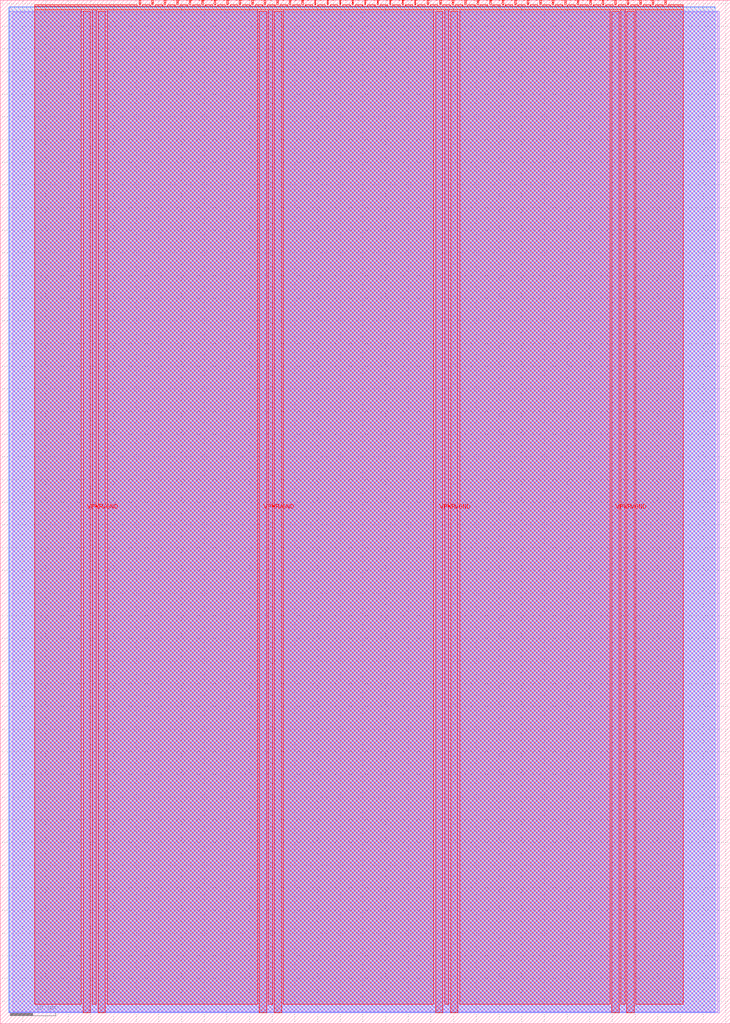
<source format=lef>
VERSION 5.7 ;
  NOWIREEXTENSIONATPIN ON ;
  DIVIDERCHAR "/" ;
  BUSBITCHARS "[]" ;
MACRO tt_um_rejunity_vga_test01
  CLASS BLOCK ;
  FOREIGN tt_um_rejunity_vga_test01 ;
  ORIGIN 0.000 0.000 ;
  SIZE 161.000 BY 225.760 ;
  PIN VGND
    DIRECTION INOUT ;
    USE GROUND ;
    PORT
      LAYER met4 ;
        RECT 21.580 2.480 23.180 223.280 ;
    END
    PORT
      LAYER met4 ;
        RECT 60.450 2.480 62.050 223.280 ;
    END
    PORT
      LAYER met4 ;
        RECT 99.320 2.480 100.920 223.280 ;
    END
    PORT
      LAYER met4 ;
        RECT 138.190 2.480 139.790 223.280 ;
    END
  END VGND
  PIN VPWR
    DIRECTION INOUT ;
    USE POWER ;
    PORT
      LAYER met4 ;
        RECT 18.280 2.480 19.880 223.280 ;
    END
    PORT
      LAYER met4 ;
        RECT 57.150 2.480 58.750 223.280 ;
    END
    PORT
      LAYER met4 ;
        RECT 96.020 2.480 97.620 223.280 ;
    END
    PORT
      LAYER met4 ;
        RECT 134.890 2.480 136.490 223.280 ;
    END
  END VPWR
  PIN clk
    DIRECTION INPUT ;
    USE SIGNAL ;
    ANTENNAGATEAREA 0.852000 ;
    PORT
      LAYER met4 ;
        RECT 143.830 224.760 144.130 225.760 ;
    END
  END clk
  PIN ena
    DIRECTION INPUT ;
    USE SIGNAL ;
    PORT
      LAYER met4 ;
        RECT 146.590 224.760 146.890 225.760 ;
    END
  END ena
  PIN rst_n
    DIRECTION INPUT ;
    USE SIGNAL ;
    ANTENNAGATEAREA 0.213000 ;
    PORT
      LAYER met4 ;
        RECT 141.070 224.760 141.370 225.760 ;
    END
  END rst_n
  PIN ui_in[0]
    DIRECTION INPUT ;
    USE SIGNAL ;
    PORT
      LAYER met4 ;
        RECT 138.310 224.760 138.610 225.760 ;
    END
  END ui_in[0]
  PIN ui_in[1]
    DIRECTION INPUT ;
    USE SIGNAL ;
    PORT
      LAYER met4 ;
        RECT 135.550 224.760 135.850 225.760 ;
    END
  END ui_in[1]
  PIN ui_in[2]
    DIRECTION INPUT ;
    USE SIGNAL ;
    PORT
      LAYER met4 ;
        RECT 132.790 224.760 133.090 225.760 ;
    END
  END ui_in[2]
  PIN ui_in[3]
    DIRECTION INPUT ;
    USE SIGNAL ;
    PORT
      LAYER met4 ;
        RECT 130.030 224.760 130.330 225.760 ;
    END
  END ui_in[3]
  PIN ui_in[4]
    DIRECTION INPUT ;
    USE SIGNAL ;
    PORT
      LAYER met4 ;
        RECT 127.270 224.760 127.570 225.760 ;
    END
  END ui_in[4]
  PIN ui_in[5]
    DIRECTION INPUT ;
    USE SIGNAL ;
    PORT
      LAYER met4 ;
        RECT 124.510 224.760 124.810 225.760 ;
    END
  END ui_in[5]
  PIN ui_in[6]
    DIRECTION INPUT ;
    USE SIGNAL ;
    PORT
      LAYER met4 ;
        RECT 121.750 224.760 122.050 225.760 ;
    END
  END ui_in[6]
  PIN ui_in[7]
    DIRECTION INPUT ;
    USE SIGNAL ;
    PORT
      LAYER met4 ;
        RECT 118.990 224.760 119.290 225.760 ;
    END
  END ui_in[7]
  PIN uio_in[0]
    DIRECTION INPUT ;
    USE SIGNAL ;
    PORT
      LAYER met4 ;
        RECT 116.230 224.760 116.530 225.760 ;
    END
  END uio_in[0]
  PIN uio_in[1]
    DIRECTION INPUT ;
    USE SIGNAL ;
    PORT
      LAYER met4 ;
        RECT 113.470 224.760 113.770 225.760 ;
    END
  END uio_in[1]
  PIN uio_in[2]
    DIRECTION INPUT ;
    USE SIGNAL ;
    PORT
      LAYER met4 ;
        RECT 110.710 224.760 111.010 225.760 ;
    END
  END uio_in[2]
  PIN uio_in[3]
    DIRECTION INPUT ;
    USE SIGNAL ;
    PORT
      LAYER met4 ;
        RECT 107.950 224.760 108.250 225.760 ;
    END
  END uio_in[3]
  PIN uio_in[4]
    DIRECTION INPUT ;
    USE SIGNAL ;
    PORT
      LAYER met4 ;
        RECT 105.190 224.760 105.490 225.760 ;
    END
  END uio_in[4]
  PIN uio_in[5]
    DIRECTION INPUT ;
    USE SIGNAL ;
    PORT
      LAYER met4 ;
        RECT 102.430 224.760 102.730 225.760 ;
    END
  END uio_in[5]
  PIN uio_in[6]
    DIRECTION INPUT ;
    USE SIGNAL ;
    PORT
      LAYER met4 ;
        RECT 99.670 224.760 99.970 225.760 ;
    END
  END uio_in[6]
  PIN uio_in[7]
    DIRECTION INPUT ;
    USE SIGNAL ;
    PORT
      LAYER met4 ;
        RECT 96.910 224.760 97.210 225.760 ;
    END
  END uio_in[7]
  PIN uio_oe[0]
    DIRECTION OUTPUT ;
    USE SIGNAL ;
    ANTENNADIFFAREA 0.445500 ;
    PORT
      LAYER met4 ;
        RECT 49.990 224.760 50.290 225.760 ;
    END
  END uio_oe[0]
  PIN uio_oe[1]
    DIRECTION OUTPUT ;
    USE SIGNAL ;
    ANTENNADIFFAREA 0.445500 ;
    PORT
      LAYER met4 ;
        RECT 47.230 224.760 47.530 225.760 ;
    END
  END uio_oe[1]
  PIN uio_oe[2]
    DIRECTION OUTPUT ;
    USE SIGNAL ;
    ANTENNADIFFAREA 0.445500 ;
    PORT
      LAYER met4 ;
        RECT 44.470 224.760 44.770 225.760 ;
    END
  END uio_oe[2]
  PIN uio_oe[3]
    DIRECTION OUTPUT ;
    USE SIGNAL ;
    ANTENNADIFFAREA 0.445500 ;
    PORT
      LAYER met4 ;
        RECT 41.710 224.760 42.010 225.760 ;
    END
  END uio_oe[3]
  PIN uio_oe[4]
    DIRECTION OUTPUT ;
    USE SIGNAL ;
    ANTENNADIFFAREA 0.445500 ;
    PORT
      LAYER met4 ;
        RECT 38.950 224.760 39.250 225.760 ;
    END
  END uio_oe[4]
  PIN uio_oe[5]
    DIRECTION OUTPUT ;
    USE SIGNAL ;
    ANTENNADIFFAREA 0.445500 ;
    PORT
      LAYER met4 ;
        RECT 36.190 224.760 36.490 225.760 ;
    END
  END uio_oe[5]
  PIN uio_oe[6]
    DIRECTION OUTPUT ;
    USE SIGNAL ;
    ANTENNADIFFAREA 0.445500 ;
    PORT
      LAYER met4 ;
        RECT 33.430 224.760 33.730 225.760 ;
    END
  END uio_oe[6]
  PIN uio_oe[7]
    DIRECTION OUTPUT ;
    USE SIGNAL ;
    ANTENNADIFFAREA 0.445500 ;
    PORT
      LAYER met4 ;
        RECT 30.670 224.760 30.970 225.760 ;
    END
  END uio_oe[7]
  PIN uio_out[0]
    DIRECTION OUTPUT ;
    USE SIGNAL ;
    ANTENNADIFFAREA 0.445500 ;
    PORT
      LAYER met4 ;
        RECT 72.070 224.760 72.370 225.760 ;
    END
  END uio_out[0]
  PIN uio_out[1]
    DIRECTION OUTPUT ;
    USE SIGNAL ;
    ANTENNADIFFAREA 0.445500 ;
    PORT
      LAYER met4 ;
        RECT 69.310 224.760 69.610 225.760 ;
    END
  END uio_out[1]
  PIN uio_out[2]
    DIRECTION OUTPUT ;
    USE SIGNAL ;
    ANTENNADIFFAREA 0.445500 ;
    PORT
      LAYER met4 ;
        RECT 66.550 224.760 66.850 225.760 ;
    END
  END uio_out[2]
  PIN uio_out[3]
    DIRECTION OUTPUT ;
    USE SIGNAL ;
    ANTENNADIFFAREA 0.445500 ;
    PORT
      LAYER met4 ;
        RECT 63.790 224.760 64.090 225.760 ;
    END
  END uio_out[3]
  PIN uio_out[4]
    DIRECTION OUTPUT ;
    USE SIGNAL ;
    ANTENNADIFFAREA 0.445500 ;
    PORT
      LAYER met4 ;
        RECT 61.030 224.760 61.330 225.760 ;
    END
  END uio_out[4]
  PIN uio_out[5]
    DIRECTION OUTPUT ;
    USE SIGNAL ;
    ANTENNADIFFAREA 0.445500 ;
    PORT
      LAYER met4 ;
        RECT 58.270 224.760 58.570 225.760 ;
    END
  END uio_out[5]
  PIN uio_out[6]
    DIRECTION OUTPUT ;
    USE SIGNAL ;
    ANTENNADIFFAREA 0.445500 ;
    PORT
      LAYER met4 ;
        RECT 55.510 224.760 55.810 225.760 ;
    END
  END uio_out[6]
  PIN uio_out[7]
    DIRECTION OUTPUT ;
    USE SIGNAL ;
    ANTENNAGATEAREA 1.113000 ;
    ANTENNADIFFAREA 0.891000 ;
    PORT
      LAYER met4 ;
        RECT 52.750 224.760 53.050 225.760 ;
    END
  END uio_out[7]
  PIN uo_out[0]
    DIRECTION OUTPUT ;
    USE SIGNAL ;
    ANTENNADIFFAREA 0.445500 ;
    PORT
      LAYER met4 ;
        RECT 94.150 224.760 94.450 225.760 ;
    END
  END uo_out[0]
  PIN uo_out[1]
    DIRECTION OUTPUT ;
    USE SIGNAL ;
    ANTENNADIFFAREA 0.445500 ;
    PORT
      LAYER met4 ;
        RECT 91.390 224.760 91.690 225.760 ;
    END
  END uo_out[1]
  PIN uo_out[2]
    DIRECTION OUTPUT ;
    USE SIGNAL ;
    ANTENNADIFFAREA 0.445500 ;
    PORT
      LAYER met4 ;
        RECT 88.630 224.760 88.930 225.760 ;
    END
  END uo_out[2]
  PIN uo_out[3]
    DIRECTION OUTPUT ;
    USE SIGNAL ;
    ANTENNADIFFAREA 0.445500 ;
    PORT
      LAYER met4 ;
        RECT 85.870 224.760 86.170 225.760 ;
    END
  END uo_out[3]
  PIN uo_out[4]
    DIRECTION OUTPUT ;
    USE SIGNAL ;
    ANTENNADIFFAREA 0.445500 ;
    PORT
      LAYER met4 ;
        RECT 83.110 224.760 83.410 225.760 ;
    END
  END uo_out[4]
  PIN uo_out[5]
    DIRECTION OUTPUT ;
    USE SIGNAL ;
    ANTENNADIFFAREA 0.445500 ;
    PORT
      LAYER met4 ;
        RECT 80.350 224.760 80.650 225.760 ;
    END
  END uo_out[5]
  PIN uo_out[6]
    DIRECTION OUTPUT ;
    USE SIGNAL ;
    ANTENNADIFFAREA 0.445500 ;
    PORT
      LAYER met4 ;
        RECT 77.590 224.760 77.890 225.760 ;
    END
  END uo_out[6]
  PIN uo_out[7]
    DIRECTION OUTPUT ;
    USE SIGNAL ;
    ANTENNADIFFAREA 0.445500 ;
    PORT
      LAYER met4 ;
        RECT 74.830 224.760 75.130 225.760 ;
    END
  END uo_out[7]
  OBS
      LAYER li1 ;
        RECT 2.760 2.635 158.240 223.125 ;
      LAYER met1 ;
        RECT 1.910 2.480 158.540 223.280 ;
      LAYER met2 ;
        RECT 1.930 2.535 157.690 224.245 ;
      LAYER met3 ;
        RECT 1.905 2.555 157.715 224.225 ;
      LAYER met4 ;
        RECT 7.655 224.360 30.270 224.760 ;
        RECT 31.370 224.360 33.030 224.760 ;
        RECT 34.130 224.360 35.790 224.760 ;
        RECT 36.890 224.360 38.550 224.760 ;
        RECT 39.650 224.360 41.310 224.760 ;
        RECT 42.410 224.360 44.070 224.760 ;
        RECT 45.170 224.360 46.830 224.760 ;
        RECT 47.930 224.360 49.590 224.760 ;
        RECT 50.690 224.360 52.350 224.760 ;
        RECT 53.450 224.360 55.110 224.760 ;
        RECT 56.210 224.360 57.870 224.760 ;
        RECT 58.970 224.360 60.630 224.760 ;
        RECT 61.730 224.360 63.390 224.760 ;
        RECT 64.490 224.360 66.150 224.760 ;
        RECT 67.250 224.360 68.910 224.760 ;
        RECT 70.010 224.360 71.670 224.760 ;
        RECT 72.770 224.360 74.430 224.760 ;
        RECT 75.530 224.360 77.190 224.760 ;
        RECT 78.290 224.360 79.950 224.760 ;
        RECT 81.050 224.360 82.710 224.760 ;
        RECT 83.810 224.360 85.470 224.760 ;
        RECT 86.570 224.360 88.230 224.760 ;
        RECT 89.330 224.360 90.990 224.760 ;
        RECT 92.090 224.360 93.750 224.760 ;
        RECT 94.850 224.360 96.510 224.760 ;
        RECT 97.610 224.360 99.270 224.760 ;
        RECT 100.370 224.360 102.030 224.760 ;
        RECT 103.130 224.360 104.790 224.760 ;
        RECT 105.890 224.360 107.550 224.760 ;
        RECT 108.650 224.360 110.310 224.760 ;
        RECT 111.410 224.360 113.070 224.760 ;
        RECT 114.170 224.360 115.830 224.760 ;
        RECT 116.930 224.360 118.590 224.760 ;
        RECT 119.690 224.360 121.350 224.760 ;
        RECT 122.450 224.360 124.110 224.760 ;
        RECT 125.210 224.360 126.870 224.760 ;
        RECT 127.970 224.360 129.630 224.760 ;
        RECT 130.730 224.360 132.390 224.760 ;
        RECT 133.490 224.360 135.150 224.760 ;
        RECT 136.250 224.360 137.910 224.760 ;
        RECT 139.010 224.360 140.670 224.760 ;
        RECT 141.770 224.360 143.430 224.760 ;
        RECT 144.530 224.360 146.190 224.760 ;
        RECT 147.290 224.360 150.585 224.760 ;
        RECT 7.655 223.680 150.585 224.360 ;
        RECT 7.655 4.255 17.880 223.680 ;
        RECT 20.280 4.255 21.180 223.680 ;
        RECT 23.580 4.255 56.750 223.680 ;
        RECT 59.150 4.255 60.050 223.680 ;
        RECT 62.450 4.255 95.620 223.680 ;
        RECT 98.020 4.255 98.920 223.680 ;
        RECT 101.320 4.255 134.490 223.680 ;
        RECT 136.890 4.255 137.790 223.680 ;
        RECT 140.190 4.255 150.585 223.680 ;
  END
END tt_um_rejunity_vga_test01
END LIBRARY


</source>
